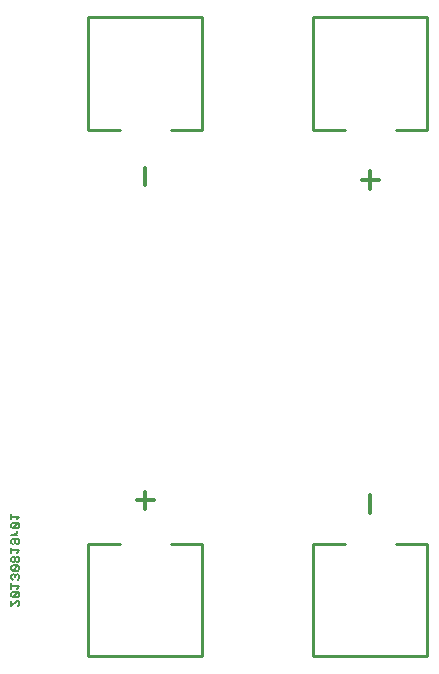
<source format=gbo>
G75*
G70*
%OFA0B0*%
%FSLAX24Y24*%
%IPPOS*%
%LPD*%
%AMOC8*
5,1,8,0,0,1.08239X$1,22.5*
%
%ADD10C,0.0050*%
%ADD11C,0.0100*%
%ADD12C,0.0120*%
D10*
X000750Y002250D02*
X000930Y002430D01*
X000975Y002430D01*
X001020Y002385D01*
X001020Y002295D01*
X000975Y002250D01*
X000750Y002250D02*
X000750Y002430D01*
X000795Y002545D02*
X000975Y002725D01*
X000795Y002725D01*
X000750Y002680D01*
X000750Y002590D01*
X000795Y002545D01*
X000975Y002545D01*
X001020Y002590D01*
X001020Y002680D01*
X000975Y002725D01*
X000930Y002839D02*
X001020Y002929D01*
X000750Y002929D01*
X000750Y002839D02*
X000750Y003019D01*
X000795Y003134D02*
X000750Y003179D01*
X000750Y003269D01*
X000795Y003314D01*
X000840Y003314D01*
X000885Y003269D01*
X000885Y003224D01*
X000885Y003269D02*
X000930Y003314D01*
X000975Y003314D01*
X001020Y003269D01*
X001020Y003179D01*
X000975Y003134D01*
X000975Y003429D02*
X000795Y003429D01*
X000975Y003609D01*
X000795Y003609D01*
X000750Y003564D01*
X000750Y003474D01*
X000795Y003429D01*
X000975Y003429D02*
X001020Y003474D01*
X001020Y003564D01*
X000975Y003609D01*
X000975Y003723D02*
X000930Y003723D01*
X000885Y003768D01*
X000885Y003858D01*
X000840Y003903D01*
X000795Y003903D01*
X000750Y003858D01*
X000750Y003768D01*
X000795Y003723D01*
X000840Y003723D01*
X000885Y003768D01*
X000885Y003858D02*
X000930Y003903D01*
X000975Y003903D01*
X001020Y003858D01*
X001020Y003768D01*
X000975Y003723D01*
X000930Y004018D02*
X001020Y004108D01*
X000750Y004108D01*
X000750Y004018D02*
X000750Y004198D01*
X000795Y004313D02*
X000750Y004358D01*
X000750Y004448D01*
X000795Y004493D01*
X000975Y004493D01*
X001020Y004448D01*
X001020Y004358D01*
X000975Y004313D01*
X000930Y004313D01*
X000885Y004358D01*
X000885Y004493D01*
X000840Y004607D02*
X000930Y004697D01*
X000930Y004742D01*
X000975Y004853D02*
X001020Y004898D01*
X001020Y004988D01*
X000975Y005033D01*
X000795Y004853D01*
X000750Y004898D01*
X000750Y004988D01*
X000795Y005033D01*
X000975Y005033D01*
X000930Y005147D02*
X001020Y005237D01*
X000750Y005237D01*
X000750Y005147D02*
X000750Y005328D01*
X000795Y004853D02*
X000975Y004853D01*
X000930Y004607D02*
X000750Y004607D01*
D11*
X003325Y004325D02*
X004375Y004325D01*
X003325Y004325D02*
X003325Y000575D01*
X007125Y000575D01*
X007125Y004325D01*
X006075Y004325D01*
X010825Y004325D02*
X010825Y000575D01*
X014625Y000575D01*
X014625Y004325D01*
X013575Y004325D01*
X011875Y004325D02*
X010825Y004325D01*
X010825Y018125D02*
X011875Y018125D01*
X010825Y018125D02*
X010825Y021875D01*
X014625Y021875D01*
X014625Y018125D01*
X013575Y018125D01*
X007125Y018125D02*
X006075Y018125D01*
X007125Y018125D02*
X007125Y021875D01*
X003325Y021875D01*
X003325Y018125D01*
X004375Y018125D01*
D12*
X005225Y016872D02*
X005225Y016285D01*
X012432Y016458D02*
X013019Y016458D01*
X012725Y016164D02*
X012725Y016751D01*
X005225Y006072D02*
X005225Y005485D01*
X005519Y005779D02*
X004932Y005779D01*
X012725Y005951D02*
X012725Y005364D01*
M02*

</source>
